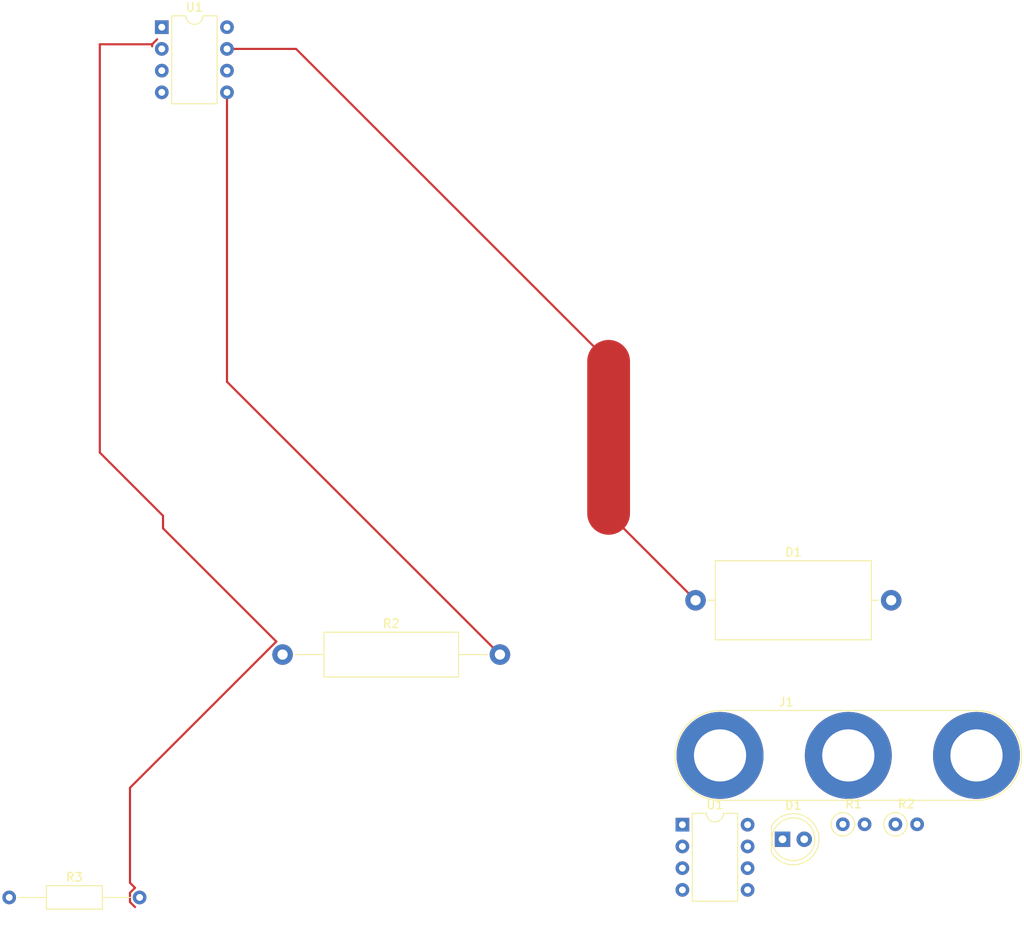
<source format=kicad_pcb>
(kicad_pcb (version 20171130) (host pcbnew "(5.1.5)-2")

  (general
    (thickness 1.6)
    (drawings 0)
    (tracks 19)
    (zones 0)
    (modules 9)
    (nets 17)
  )

  (page A4)
  (layers
    (0 F.Cu signal)
    (31 B.Cu signal)
    (32 B.Adhes user)
    (33 F.Adhes user)
    (34 B.Paste user)
    (35 F.Paste user)
    (36 B.SilkS user)
    (37 F.SilkS user)
    (38 B.Mask user)
    (39 F.Mask user)
    (40 Dwgs.User user)
    (41 Cmts.User user)
    (42 Eco1.User user)
    (43 Eco2.User user)
    (44 Edge.Cuts user)
    (45 Margin user)
    (46 B.CrtYd user)
    (47 F.CrtYd user)
    (48 B.Fab user)
    (49 F.Fab user)
  )

  (setup
    (last_trace_width 0.25)
    (trace_clearance 0.2)
    (zone_clearance 0.508)
    (zone_45_only no)
    (trace_min 0.2)
    (via_size 0.8)
    (via_drill 0.4)
    (via_min_size 0.4)
    (via_min_drill 0.3)
    (uvia_size 0.3)
    (uvia_drill 0.1)
    (uvias_allowed no)
    (uvia_min_size 0.2)
    (uvia_min_drill 0.1)
    (edge_width 0.05)
    (segment_width 0.2)
    (pcb_text_width 0.3)
    (pcb_text_size 1.5 1.5)
    (mod_edge_width 0.12)
    (mod_text_size 1 1)
    (mod_text_width 0.15)
    (pad_size 1.524 1.524)
    (pad_drill 0.762)
    (pad_to_mask_clearance 0.051)
    (solder_mask_min_width 0.25)
    (aux_axis_origin 0 0)
    (visible_elements 7FFFFFFF)
    (pcbplotparams
      (layerselection 0x010fc_ffffffff)
      (usegerberextensions false)
      (usegerberattributes false)
      (usegerberadvancedattributes false)
      (creategerberjobfile false)
      (excludeedgelayer true)
      (linewidth 0.100000)
      (plotframeref false)
      (viasonmask false)
      (mode 1)
      (useauxorigin false)
      (hpglpennumber 1)
      (hpglpenspeed 20)
      (hpglpendiameter 15.000000)
      (psnegative false)
      (psa4output false)
      (plotreference true)
      (plotvalue true)
      (plotinvisibletext false)
      (padsonsilk false)
      (subtractmaskfromsilk false)
      (outputformat 1)
      (mirror false)
      (drillshape 1)
      (scaleselection 1)
      (outputdirectory ""))
  )

  (net 0 "")
  (net 1 "Net-(R2-Pad2)")
  (net 2 "Net-(U1-Pad4)")
  (net 3 "Net-(D1-Pad1)")
  (net 4 "Net-(U1-Pad3)")
  (net 5 "Net-(R3-Pad1)")
  (net 6 "Net-(R2-Pad1)")
  (net 7 "Net-(U1-Pad1)")
  (net 8 "Net-(D1-Pad2)")
  (net 9 /LEDtoR)
  (net 10 /INPUTtoR)
  (net 11 GND)
  (net 12 VCC)
  (net 13 /INPUT)
  (net 14 "Net-(U1-Pad6)")
  (net 15 "Net-(U1-Pad2)")
  (net 16 "Net-(U1-Pad5)")

  (net_class Default 这是默认网络类。
    (clearance 0.2)
    (trace_width 0.25)
    (via_dia 0.8)
    (via_drill 0.4)
    (uvia_dia 0.3)
    (uvia_drill 0.1)
    (add_net /INPUT)
    (add_net /INPUTtoR)
    (add_net /LEDtoR)
    (add_net GND)
    (add_net "Net-(D1-Pad1)")
    (add_net "Net-(D1-Pad2)")
    (add_net "Net-(R2-Pad1)")
    (add_net "Net-(R2-Pad2)")
    (add_net "Net-(R3-Pad1)")
    (add_net "Net-(U1-Pad1)")
    (add_net "Net-(U1-Pad2)")
    (add_net "Net-(U1-Pad3)")
    (add_net "Net-(U1-Pad4)")
    (add_net "Net-(U1-Pad5)")
    (add_net "Net-(U1-Pad6)")
    (add_net VCC)
  )

  (module Package_DIP:DIP-8_W7.62mm (layer F.Cu) (tedit 5A02E8C5) (tstamp 5DED341C)
    (at 148.32 130.38)
    (descr "8-lead though-hole mounted DIP package, row spacing 7.62 mm (300 mils)")
    (tags "THT DIP DIL PDIP 2.54mm 7.62mm 300mil")
    (path /5DEBA9E1)
    (fp_text reference U1 (at 3.81 -2.33) (layer F.SilkS)
      (effects (font (size 1 1) (thickness 0.15)))
    )
    (fp_text value PIC12C508A-ISN (at 3.81 9.95) (layer F.Fab)
      (effects (font (size 1 1) (thickness 0.15)))
    )
    (fp_text user %R (at 3.81 3.81) (layer F.Fab)
      (effects (font (size 1 1) (thickness 0.15)))
    )
    (fp_line (start 8.7 -1.55) (end -1.1 -1.55) (layer F.CrtYd) (width 0.05))
    (fp_line (start 8.7 9.15) (end 8.7 -1.55) (layer F.CrtYd) (width 0.05))
    (fp_line (start -1.1 9.15) (end 8.7 9.15) (layer F.CrtYd) (width 0.05))
    (fp_line (start -1.1 -1.55) (end -1.1 9.15) (layer F.CrtYd) (width 0.05))
    (fp_line (start 6.46 -1.33) (end 4.81 -1.33) (layer F.SilkS) (width 0.12))
    (fp_line (start 6.46 8.95) (end 6.46 -1.33) (layer F.SilkS) (width 0.12))
    (fp_line (start 1.16 8.95) (end 6.46 8.95) (layer F.SilkS) (width 0.12))
    (fp_line (start 1.16 -1.33) (end 1.16 8.95) (layer F.SilkS) (width 0.12))
    (fp_line (start 2.81 -1.33) (end 1.16 -1.33) (layer F.SilkS) (width 0.12))
    (fp_line (start 0.635 -0.27) (end 1.635 -1.27) (layer F.Fab) (width 0.1))
    (fp_line (start 0.635 8.89) (end 0.635 -0.27) (layer F.Fab) (width 0.1))
    (fp_line (start 6.985 8.89) (end 0.635 8.89) (layer F.Fab) (width 0.1))
    (fp_line (start 6.985 -1.27) (end 6.985 8.89) (layer F.Fab) (width 0.1))
    (fp_line (start 1.635 -1.27) (end 6.985 -1.27) (layer F.Fab) (width 0.1))
    (fp_arc (start 3.81 -1.33) (end 2.81 -1.33) (angle -180) (layer F.SilkS) (width 0.12))
    (pad 8 thru_hole oval (at 7.62 0) (size 1.6 1.6) (drill 0.8) (layers *.Cu *.Mask)
      (net 11 GND))
    (pad 4 thru_hole oval (at 0 7.62) (size 1.6 1.6) (drill 0.8) (layers *.Cu *.Mask)
      (net 2 "Net-(U1-Pad4)"))
    (pad 7 thru_hole oval (at 7.62 2.54) (size 1.6 1.6) (drill 0.8) (layers *.Cu *.Mask)
      (net 3 "Net-(D1-Pad1)"))
    (pad 3 thru_hole oval (at 0 5.08) (size 1.6 1.6) (drill 0.8) (layers *.Cu *.Mask)
      (net 4 "Net-(U1-Pad3)"))
    (pad 6 thru_hole oval (at 7.62 5.08) (size 1.6 1.6) (drill 0.8) (layers *.Cu *.Mask)
      (net 14 "Net-(U1-Pad6)"))
    (pad 2 thru_hole oval (at 0 2.54) (size 1.6 1.6) (drill 0.8) (layers *.Cu *.Mask)
      (net 15 "Net-(U1-Pad2)"))
    (pad 5 thru_hole oval (at 7.62 7.62) (size 1.6 1.6) (drill 0.8) (layers *.Cu *.Mask)
      (net 16 "Net-(U1-Pad5)"))
    (pad 1 thru_hole rect (at 0 0) (size 1.6 1.6) (drill 0.8) (layers *.Cu *.Mask)
      (net 12 VCC))
    (model ${KISYS3DMOD}/Package_DIP.3dshapes/DIP-8_W7.62mm.wrl
      (at (xyz 0 0 0))
      (scale (xyz 1 1 1))
      (rotate (xyz 0 0 0))
    )
  )

  (module Resistor_THT:R_Axial_DIN0207_L6.3mm_D2.5mm_P2.54mm_Vertical (layer F.Cu) (tedit 5AE5139B) (tstamp 5DED3400)
    (at 173.21 130.33)
    (descr "Resistor, Axial_DIN0207 series, Axial, Vertical, pin pitch=2.54mm, 0.25W = 1/4W, length*diameter=6.3*2.5mm^2, http://cdn-reichelt.de/documents/datenblatt/B400/1_4W%23YAG.pdf")
    (tags "Resistor Axial_DIN0207 series Axial Vertical pin pitch 2.54mm 0.25W = 1/4W length 6.3mm diameter 2.5mm")
    (path /5DEBBC79)
    (fp_text reference R2 (at 1.27 -2.37) (layer F.SilkS)
      (effects (font (size 1 1) (thickness 0.15)))
    )
    (fp_text value 100 (at 1.27 2.37) (layer F.Fab)
      (effects (font (size 1 1) (thickness 0.15)))
    )
    (fp_text user %R (at 1.27 -2.37) (layer F.Fab)
      (effects (font (size 1 1) (thickness 0.15)))
    )
    (fp_line (start 3.59 -1.5) (end -1.5 -1.5) (layer F.CrtYd) (width 0.05))
    (fp_line (start 3.59 1.5) (end 3.59 -1.5) (layer F.CrtYd) (width 0.05))
    (fp_line (start -1.5 1.5) (end 3.59 1.5) (layer F.CrtYd) (width 0.05))
    (fp_line (start -1.5 -1.5) (end -1.5 1.5) (layer F.CrtYd) (width 0.05))
    (fp_line (start 1.37 0) (end 1.44 0) (layer F.SilkS) (width 0.12))
    (fp_line (start 0 0) (end 2.54 0) (layer F.Fab) (width 0.1))
    (fp_circle (center 0 0) (end 1.37 0) (layer F.SilkS) (width 0.12))
    (fp_circle (center 0 0) (end 1.25 0) (layer F.Fab) (width 0.1))
    (pad 2 thru_hole oval (at 2.54 0) (size 1.6 1.6) (drill 0.8) (layers *.Cu *.Mask)
      (net 10 /INPUTtoR))
    (pad 1 thru_hole circle (at 0 0) (size 1.6 1.6) (drill 0.8) (layers *.Cu *.Mask)
      (net 13 /INPUT))
    (model ${KISYS3DMOD}/Resistor_THT.3dshapes/R_Axial_DIN0207_L6.3mm_D2.5mm_P2.54mm_Vertical.wrl
      (at (xyz 0 0 0))
      (scale (xyz 1 1 1))
      (rotate (xyz 0 0 0))
    )
  )

  (module Resistor_THT:R_Axial_DIN0207_L6.3mm_D2.5mm_P2.54mm_Vertical (layer F.Cu) (tedit 5AE5139B) (tstamp 5DED33F1)
    (at 167.07 130.33)
    (descr "Resistor, Axial_DIN0207 series, Axial, Vertical, pin pitch=2.54mm, 0.25W = 1/4W, length*diameter=6.3*2.5mm^2, http://cdn-reichelt.de/documents/datenblatt/B400/1_4W%23YAG.pdf")
    (tags "Resistor Axial_DIN0207 series Axial Vertical pin pitch 2.54mm 0.25W = 1/4W length 6.3mm diameter 2.5mm")
    (path /5DEBB67C)
    (fp_text reference R1 (at 1.27 -2.37) (layer F.SilkS)
      (effects (font (size 1 1) (thickness 0.15)))
    )
    (fp_text value 1k (at 1.27 2.37) (layer F.Fab)
      (effects (font (size 1 1) (thickness 0.15)))
    )
    (fp_text user %R (at 1.27 -2.37) (layer F.Fab)
      (effects (font (size 1 1) (thickness 0.15)))
    )
    (fp_line (start 3.59 -1.5) (end -1.5 -1.5) (layer F.CrtYd) (width 0.05))
    (fp_line (start 3.59 1.5) (end 3.59 -1.5) (layer F.CrtYd) (width 0.05))
    (fp_line (start -1.5 1.5) (end 3.59 1.5) (layer F.CrtYd) (width 0.05))
    (fp_line (start -1.5 -1.5) (end -1.5 1.5) (layer F.CrtYd) (width 0.05))
    (fp_line (start 1.37 0) (end 1.44 0) (layer F.SilkS) (width 0.12))
    (fp_line (start 0 0) (end 2.54 0) (layer F.Fab) (width 0.1))
    (fp_circle (center 0 0) (end 1.37 0) (layer F.SilkS) (width 0.12))
    (fp_circle (center 0 0) (end 1.25 0) (layer F.Fab) (width 0.1))
    (pad 2 thru_hole oval (at 2.54 0) (size 1.6 1.6) (drill 0.8) (layers *.Cu *.Mask)
      (net 9 /LEDtoR))
    (pad 1 thru_hole circle (at 0 0) (size 1.6 1.6) (drill 0.8) (layers *.Cu *.Mask)
      (net 12 VCC))
    (model ${KISYS3DMOD}/Resistor_THT.3dshapes/R_Axial_DIN0207_L6.3mm_D2.5mm_P2.54mm_Vertical.wrl
      (at (xyz 0 0 0))
      (scale (xyz 1 1 1))
      (rotate (xyz 0 0 0))
    )
  )

  (module Connector:Banana_Jack_3Pin (layer F.Cu) (tedit 5A1AB217) (tstamp 5DED33E2)
    (at 152.72 122.28)
    (descr "Triple banana socket, footprint - 3 x 6mm drills")
    (tags "banana socket")
    (path /5DEBA027)
    (fp_text reference J1 (at 7.75 -6.25) (layer F.SilkS)
      (effects (font (size 1 1) (thickness 0.15)))
    )
    (fp_text value MYCONN3 (at 22.5 -6.25) (layer F.Fab)
      (effects (font (size 1 1) (thickness 0.15)))
    )
    (fp_arc (start 0 0) (end 0 5.25) (angle 180) (layer F.SilkS) (width 0.12))
    (fp_arc (start 30 0) (end 30 -5.25) (angle 180) (layer F.SilkS) (width 0.12))
    (fp_arc (start 30 0) (end 30 -5.5) (angle 180) (layer F.CrtYd) (width 0.05))
    (fp_arc (start 0 0) (end 0 5.5) (angle 180) (layer F.CrtYd) (width 0.05))
    (fp_circle (center 0 0) (end 2 0) (layer F.Fab) (width 0.1))
    (fp_circle (center 0 0) (end 4.75 0) (layer F.Fab) (width 0.1))
    (fp_circle (center 15 0) (end 17 0) (layer F.Fab) (width 0.1))
    (fp_circle (center 15 0) (end 19.75 0) (layer F.Fab) (width 0.1))
    (fp_circle (center 30 0) (end 30 -4.75) (layer F.Fab) (width 0.1))
    (fp_circle (center 30 0) (end 30 -2) (layer F.Fab) (width 0.1))
    (fp_line (start 30 -5.25) (end 0 -5.25) (layer F.SilkS) (width 0.12))
    (fp_line (start 0 5.25) (end 30 5.25) (layer F.SilkS) (width 0.12))
    (fp_line (start 0 -5.5) (end 30 -5.5) (layer F.CrtYd) (width 0.05))
    (fp_line (start 30 5.5) (end 0 5.5) (layer F.CrtYd) (width 0.05))
    (fp_text user %R (at 14.99 0) (layer F.Fab)
      (effects (font (size 0.8 0.8) (thickness 0.12)))
    )
    (pad 2 thru_hole circle (at 14.99 0) (size 10.16 10.16) (drill 6.1) (layers *.Cu *.Mask)
      (net 10 /INPUTtoR))
    (pad 3 thru_hole circle (at 29.97 0) (size 10.16 10.16) (drill 6.1) (layers *.Cu *.Mask)
      (net 11 GND))
    (pad 1 thru_hole circle (at 0 0) (size 10.16 10.16) (drill 6.1) (layers *.Cu *.Mask)
      (net 12 VCC))
    (model ${KISYS3DMOD}/Connector.3dshapes/Banana_Jack_3Pin.wrl
      (offset (xyz 14.9999997746626 0 0))
      (scale (xyz 2 2 2))
      (rotate (xyz 0 0 0))
    )
  )

  (module LED_THT:LED_D5.0mm (layer F.Cu) (tedit 5995936A) (tstamp 5DED33CC)
    (at 160.02 132.08)
    (descr "LED, diameter 5.0mm, 2 pins, http://cdn-reichelt.de/documents/datenblatt/A500/LL-504BC2E-009.pdf")
    (tags "LED diameter 5.0mm 2 pins")
    (path /5DEBB117)
    (fp_text reference D1 (at 1.27 -3.96) (layer F.SilkS)
      (effects (font (size 1 1) (thickness 0.15)))
    )
    (fp_text value LED (at 1.27 3.96) (layer F.Fab)
      (effects (font (size 1 1) (thickness 0.15)))
    )
    (fp_text user %R (at 1.25 0) (layer F.Fab)
      (effects (font (size 0.8 0.8) (thickness 0.2)))
    )
    (fp_line (start 4.5 -3.25) (end -1.95 -3.25) (layer F.CrtYd) (width 0.05))
    (fp_line (start 4.5 3.25) (end 4.5 -3.25) (layer F.CrtYd) (width 0.05))
    (fp_line (start -1.95 3.25) (end 4.5 3.25) (layer F.CrtYd) (width 0.05))
    (fp_line (start -1.95 -3.25) (end -1.95 3.25) (layer F.CrtYd) (width 0.05))
    (fp_line (start -1.29 -1.545) (end -1.29 1.545) (layer F.SilkS) (width 0.12))
    (fp_line (start -1.23 -1.469694) (end -1.23 1.469694) (layer F.Fab) (width 0.1))
    (fp_circle (center 1.27 0) (end 3.77 0) (layer F.SilkS) (width 0.12))
    (fp_circle (center 1.27 0) (end 3.77 0) (layer F.Fab) (width 0.1))
    (fp_arc (start 1.27 0) (end -1.29 1.54483) (angle -148.9) (layer F.SilkS) (width 0.12))
    (fp_arc (start 1.27 0) (end -1.29 -1.54483) (angle 148.9) (layer F.SilkS) (width 0.12))
    (fp_arc (start 1.27 0) (end -1.23 -1.469694) (angle 299.1) (layer F.Fab) (width 0.1))
    (pad 2 thru_hole circle (at 2.54 0) (size 1.8 1.8) (drill 0.9) (layers *.Cu *.Mask)
      (net 9 /LEDtoR))
    (pad 1 thru_hole rect (at 0 0) (size 1.8 1.8) (drill 0.9) (layers *.Cu *.Mask)
      (net 3 "Net-(D1-Pad1)"))
    (model ${KISYS3DMOD}/LED_THT.3dshapes/LED_D5.0mm.wrl
      (at (xyz 0 0 0))
      (scale (xyz 1 1 1))
      (rotate (xyz 0 0 0))
    )
  )

  (module Resistor_THT:R_Axial_DIN0918_L18.0mm_D9.0mm_P22.86mm_Horizontal (layer F.Cu) (tedit 5AE5139B) (tstamp 5DE91491)
    (at 149.86 104.14)
    (descr "Resistor, Axial_DIN0918 series, Axial, Horizontal, pin pitch=22.86mm, 4W, length*diameter=18*9mm^2")
    (tags "Resistor Axial_DIN0918 series Axial Horizontal pin pitch 22.86mm 4W length 18mm diameter 9mm")
    (path /5DE94BB0)
    (fp_text reference D1 (at 11.43 -5.62) (layer F.SilkS)
      (effects (font (size 1 1) (thickness 0.15)))
    )
    (fp_text value LED (at 11.43 5.62) (layer F.Fab)
      (effects (font (size 1 1) (thickness 0.15)))
    )
    (fp_text user %R (at 11.43 0) (layer F.Fab)
      (effects (font (size 1 1) (thickness 0.15)))
    )
    (fp_line (start 24.31 -4.75) (end -1.45 -4.75) (layer F.CrtYd) (width 0.05))
    (fp_line (start 24.31 4.75) (end 24.31 -4.75) (layer F.CrtYd) (width 0.05))
    (fp_line (start -1.45 4.75) (end 24.31 4.75) (layer F.CrtYd) (width 0.05))
    (fp_line (start -1.45 -4.75) (end -1.45 4.75) (layer F.CrtYd) (width 0.05))
    (fp_line (start 21.42 0) (end 20.55 0) (layer F.SilkS) (width 0.12))
    (fp_line (start 1.44 0) (end 2.31 0) (layer F.SilkS) (width 0.12))
    (fp_line (start 20.55 -4.62) (end 2.31 -4.62) (layer F.SilkS) (width 0.12))
    (fp_line (start 20.55 4.62) (end 20.55 -4.62) (layer F.SilkS) (width 0.12))
    (fp_line (start 2.31 4.62) (end 20.55 4.62) (layer F.SilkS) (width 0.12))
    (fp_line (start 2.31 -4.62) (end 2.31 4.62) (layer F.SilkS) (width 0.12))
    (fp_line (start 22.86 0) (end 20.43 0) (layer F.Fab) (width 0.1))
    (fp_line (start 0 0) (end 2.43 0) (layer F.Fab) (width 0.1))
    (fp_line (start 20.43 -4.5) (end 2.43 -4.5) (layer F.Fab) (width 0.1))
    (fp_line (start 20.43 4.5) (end 20.43 -4.5) (layer F.Fab) (width 0.1))
    (fp_line (start 2.43 4.5) (end 20.43 4.5) (layer F.Fab) (width 0.1))
    (fp_line (start 2.43 -4.5) (end 2.43 4.5) (layer F.Fab) (width 0.1))
    (pad 2 thru_hole oval (at 22.86 0) (size 2.4 2.4) (drill 1.2) (layers *.Cu *.Mask)
      (net 8 "Net-(D1-Pad2)"))
    (pad 1 thru_hole circle (at 0 0) (size 2.4 2.4) (drill 1.2) (layers *.Cu *.Mask)
      (net 3 "Net-(D1-Pad1)"))
    (model ${KISYS3DMOD}/Resistor_THT.3dshapes/R_Axial_DIN0918_L18.0mm_D9.0mm_P22.86mm_Horizontal.wrl
      (at (xyz 0 0 0))
      (scale (xyz 1 1 1))
      (rotate (xyz 0 0 0))
    )
  )

  (module Resistor_THT:R_Axial_DIN0207_L6.3mm_D2.5mm_P15.24mm_Horizontal (layer F.Cu) (tedit 5AE5139B) (tstamp 5DE911F1)
    (at 69.655001 138.885001)
    (descr "Resistor, Axial_DIN0207 series, Axial, Horizontal, pin pitch=15.24mm, 0.25W = 1/4W, length*diameter=6.3*2.5mm^2, http://cdn-reichelt.de/documents/datenblatt/B400/1_4W%23YAG.pdf")
    (tags "Resistor Axial_DIN0207 series Axial Horizontal pin pitch 15.24mm 0.25W = 1/4W length 6.3mm diameter 2.5mm")
    (path /5DE9AA14)
    (fp_text reference R3 (at 7.62 -2.37) (layer F.SilkS)
      (effects (font (size 1 1) (thickness 0.15)))
    )
    (fp_text value R (at 7.62 2.37) (layer F.Fab)
      (effects (font (size 1 1) (thickness 0.15)))
    )
    (fp_text user %R (at 7.62 0) (layer F.Fab)
      (effects (font (size 1 1) (thickness 0.15)))
    )
    (fp_line (start 16.29 -1.5) (end -1.05 -1.5) (layer F.CrtYd) (width 0.05))
    (fp_line (start 16.29 1.5) (end 16.29 -1.5) (layer F.CrtYd) (width 0.05))
    (fp_line (start -1.05 1.5) (end 16.29 1.5) (layer F.CrtYd) (width 0.05))
    (fp_line (start -1.05 -1.5) (end -1.05 1.5) (layer F.CrtYd) (width 0.05))
    (fp_line (start 14.2 0) (end 10.89 0) (layer F.SilkS) (width 0.12))
    (fp_line (start 1.04 0) (end 4.35 0) (layer F.SilkS) (width 0.12))
    (fp_line (start 10.89 -1.37) (end 4.35 -1.37) (layer F.SilkS) (width 0.12))
    (fp_line (start 10.89 1.37) (end 10.89 -1.37) (layer F.SilkS) (width 0.12))
    (fp_line (start 4.35 1.37) (end 10.89 1.37) (layer F.SilkS) (width 0.12))
    (fp_line (start 4.35 -1.37) (end 4.35 1.37) (layer F.SilkS) (width 0.12))
    (fp_line (start 15.24 0) (end 10.77 0) (layer F.Fab) (width 0.1))
    (fp_line (start 0 0) (end 4.47 0) (layer F.Fab) (width 0.1))
    (fp_line (start 10.77 -1.25) (end 4.47 -1.25) (layer F.Fab) (width 0.1))
    (fp_line (start 10.77 1.25) (end 10.77 -1.25) (layer F.Fab) (width 0.1))
    (fp_line (start 4.47 1.25) (end 10.77 1.25) (layer F.Fab) (width 0.1))
    (fp_line (start 4.47 -1.25) (end 4.47 1.25) (layer F.Fab) (width 0.1))
    (pad 2 thru_hole oval (at 15.24 0) (size 1.6 1.6) (drill 0.8) (layers *.Cu *.Mask)
      (net 6 "Net-(R2-Pad1)"))
    (pad 1 thru_hole circle (at 0 0) (size 1.6 1.6) (drill 0.8) (layers *.Cu *.Mask)
      (net 5 "Net-(R3-Pad1)"))
    (model ${KISYS3DMOD}/Resistor_THT.3dshapes/R_Axial_DIN0207_L6.3mm_D2.5mm_P15.24mm_Horizontal.wrl
      (at (xyz 0 0 0))
      (scale (xyz 1 1 1))
      (rotate (xyz 0 0 0))
    )
  )

  (module Resistor_THT:R_Axial_DIN0516_L15.5mm_D5.0mm_P25.40mm_Horizontal (layer F.Cu) (tedit 5AE5139B) (tstamp 5DE911DA)
    (at 101.6 110.49)
    (descr "Resistor, Axial_DIN0516 series, Axial, Horizontal, pin pitch=25.4mm, 2W, length*diameter=15.5*5mm^2, http://cdn-reichelt.de/documents/datenblatt/B400/1_4W%23YAG.pdf")
    (tags "Resistor Axial_DIN0516 series Axial Horizontal pin pitch 25.4mm 2W length 15.5mm diameter 5mm")
    (path /5DE9A6AC)
    (fp_text reference R2 (at 12.7 -3.62) (layer F.SilkS)
      (effects (font (size 1 1) (thickness 0.15)))
    )
    (fp_text value R (at 12.7 3.62) (layer F.Fab)
      (effects (font (size 1 1) (thickness 0.15)))
    )
    (fp_text user %R (at 12.7 0) (layer F.Fab)
      (effects (font (size 1 1) (thickness 0.15)))
    )
    (fp_line (start 26.85 -2.75) (end -1.45 -2.75) (layer F.CrtYd) (width 0.05))
    (fp_line (start 26.85 2.75) (end 26.85 -2.75) (layer F.CrtYd) (width 0.05))
    (fp_line (start -1.45 2.75) (end 26.85 2.75) (layer F.CrtYd) (width 0.05))
    (fp_line (start -1.45 -2.75) (end -1.45 2.75) (layer F.CrtYd) (width 0.05))
    (fp_line (start 23.96 0) (end 20.57 0) (layer F.SilkS) (width 0.12))
    (fp_line (start 1.44 0) (end 4.83 0) (layer F.SilkS) (width 0.12))
    (fp_line (start 20.57 -2.62) (end 4.83 -2.62) (layer F.SilkS) (width 0.12))
    (fp_line (start 20.57 2.62) (end 20.57 -2.62) (layer F.SilkS) (width 0.12))
    (fp_line (start 4.83 2.62) (end 20.57 2.62) (layer F.SilkS) (width 0.12))
    (fp_line (start 4.83 -2.62) (end 4.83 2.62) (layer F.SilkS) (width 0.12))
    (fp_line (start 25.4 0) (end 20.45 0) (layer F.Fab) (width 0.1))
    (fp_line (start 0 0) (end 4.95 0) (layer F.Fab) (width 0.1))
    (fp_line (start 20.45 -2.5) (end 4.95 -2.5) (layer F.Fab) (width 0.1))
    (fp_line (start 20.45 2.5) (end 20.45 -2.5) (layer F.Fab) (width 0.1))
    (fp_line (start 4.95 2.5) (end 20.45 2.5) (layer F.Fab) (width 0.1))
    (fp_line (start 4.95 -2.5) (end 4.95 2.5) (layer F.Fab) (width 0.1))
    (pad 2 thru_hole oval (at 25.4 0) (size 2.4 2.4) (drill 1.2) (layers *.Cu *.Mask)
      (net 1 "Net-(R2-Pad2)"))
    (pad 1 thru_hole circle (at 0 0) (size 2.4 2.4) (drill 1.2) (layers *.Cu *.Mask)
      (net 6 "Net-(R2-Pad1)"))
    (model ${KISYS3DMOD}/Resistor_THT.3dshapes/R_Axial_DIN0516_L15.5mm_D5.0mm_P25.40mm_Horizontal.wrl
      (at (xyz 0 0 0))
      (scale (xyz 1 1 1))
      (rotate (xyz 0 0 0))
    )
  )

  (module Package_DIP:DIP-8_W7.62mm (layer F.Cu) (tedit 5A02E8C5) (tstamp 5DE91243)
    (at 87.485001 37.135001)
    (descr "8-lead though-hole mounted DIP package, row spacing 7.62 mm (300 mils)")
    (tags "THT DIP DIL PDIP 2.54mm 7.62mm 300mil")
    (path /5DE9428C)
    (fp_text reference U1 (at 3.81 -2.33) (layer F.SilkS)
      (effects (font (size 1 1) (thickness 0.15)))
    )
    (fp_text value PIC12C508A-ISN (at 3.81 9.95) (layer F.Fab)
      (effects (font (size 1 1) (thickness 0.15)))
    )
    (fp_text user %R (at 3.81 3.81) (layer F.Fab)
      (effects (font (size 1 1) (thickness 0.15)))
    )
    (fp_line (start 8.7 -1.55) (end -1.1 -1.55) (layer F.CrtYd) (width 0.05))
    (fp_line (start 8.7 9.15) (end 8.7 -1.55) (layer F.CrtYd) (width 0.05))
    (fp_line (start -1.1 9.15) (end 8.7 9.15) (layer F.CrtYd) (width 0.05))
    (fp_line (start -1.1 -1.55) (end -1.1 9.15) (layer F.CrtYd) (width 0.05))
    (fp_line (start 6.46 -1.33) (end 4.81 -1.33) (layer F.SilkS) (width 0.12))
    (fp_line (start 6.46 8.95) (end 6.46 -1.33) (layer F.SilkS) (width 0.12))
    (fp_line (start 1.16 8.95) (end 6.46 8.95) (layer F.SilkS) (width 0.12))
    (fp_line (start 1.16 -1.33) (end 1.16 8.95) (layer F.SilkS) (width 0.12))
    (fp_line (start 2.81 -1.33) (end 1.16 -1.33) (layer F.SilkS) (width 0.12))
    (fp_line (start 0.635 -0.27) (end 1.635 -1.27) (layer F.Fab) (width 0.1))
    (fp_line (start 0.635 8.89) (end 0.635 -0.27) (layer F.Fab) (width 0.1))
    (fp_line (start 6.985 8.89) (end 0.635 8.89) (layer F.Fab) (width 0.1))
    (fp_line (start 6.985 -1.27) (end 6.985 8.89) (layer F.Fab) (width 0.1))
    (fp_line (start 1.635 -1.27) (end 6.985 -1.27) (layer F.Fab) (width 0.1))
    (fp_arc (start 3.81 -1.33) (end 2.81 -1.33) (angle -180) (layer F.SilkS) (width 0.12))
    (pad 8 thru_hole oval (at 7.62 0) (size 1.6 1.6) (drill 0.8) (layers *.Cu *.Mask)
      (net 1 "Net-(R2-Pad2)"))
    (pad 4 thru_hole oval (at 0 7.62) (size 1.6 1.6) (drill 0.8) (layers *.Cu *.Mask)
      (net 2 "Net-(U1-Pad4)"))
    (pad 7 thru_hole oval (at 7.62 2.54) (size 1.6 1.6) (drill 0.8) (layers *.Cu *.Mask)
      (net 3 "Net-(D1-Pad1)"))
    (pad 3 thru_hole oval (at 0 5.08) (size 1.6 1.6) (drill 0.8) (layers *.Cu *.Mask)
      (net 4 "Net-(U1-Pad3)"))
    (pad 6 thru_hole oval (at 7.62 5.08) (size 1.6 1.6) (drill 0.8) (layers *.Cu *.Mask)
      (net 5 "Net-(R3-Pad1)"))
    (pad 2 thru_hole oval (at 0 2.54) (size 1.6 1.6) (drill 0.8) (layers *.Cu *.Mask)
      (net 6 "Net-(R2-Pad1)"))
    (pad 5 thru_hole oval (at 7.62 7.62) (size 1.6 1.6) (drill 0.8) (layers *.Cu *.Mask)
      (net 1 "Net-(R2-Pad2)"))
    (pad 1 thru_hole rect (at 0 0) (size 1.6 1.6) (drill 0.8) (layers *.Cu *.Mask)
      (net 7 "Net-(U1-Pad1)"))
    (model ${KISYS3DMOD}/Package_DIP.3dshapes/DIP-8_W7.62mm.wrl
      (at (xyz 0 0 0))
      (scale (xyz 1 1 1))
      (rotate (xyz 0 0 0))
    )
  )

  (segment (start 86.36 39.135) (end 86.945 38.55) (width 0.25) (layer F.Cu) (net 0))
  (segment (start 86.36 39.37) (end 86.36 39.135) (width 0.25) (layer F.Cu) (net 0))
  (segment (start 86.36 39.135) (end 80.245 39.135) (width 0.25) (layer F.Cu) (net 0))
  (segment (start 80.245 86.877998) (end 87.63 94.262998) (width 0.25) (layer F.Cu) (net 0))
  (segment (start 80.245 39.135) (end 80.245 86.877998) (width 0.25) (layer F.Cu) (net 0))
  (segment (start 87.63 95.727) (end 100.867999 108.964999) (width 0.25) (layer F.Cu) (net 0))
  (segment (start 87.63 94.262998) (end 87.63 95.727) (width 0.25) (layer F.Cu) (net 0))
  (segment (start 83.77 137.175) (end 84.355 137.76) (width 0.25) (layer F.Cu) (net 0))
  (segment (start 100.867999 108.964999) (end 83.77 126.062998) (width 0.25) (layer F.Cu) (net 0))
  (segment (start 83.77 126.062998) (end 83.77 137.175) (width 0.25) (layer F.Cu) (net 0))
  (segment (start 83.77 139.425002) (end 84.355 140.010002) (width 0.25) (layer F.Cu) (net 0))
  (segment (start 84.355 137.76) (end 83.77 138.345) (width 0.25) (layer F.Cu) (net 0))
  (segment (start 83.77 138.345) (end 83.77 139.425002) (width 0.25) (layer F.Cu) (net 0))
  (segment (start 95.105001 78.595001) (end 127 110.49) (width 0.25) (layer F.Cu) (net 1))
  (segment (start 95.105001 44.755001) (end 95.105001 78.595001) (width 0.25) (layer F.Cu) (net 1))
  (segment (start 95.105001 39.675001) (end 103.175001 39.675001) (width 0.25) (layer F.Cu) (net 3))
  (segment (start 103.175001 39.675001) (end 139.7 76.2) (width 0.25) (layer F.Cu) (net 3))
  (segment (start 139.7 93.98) (end 149.86 104.14) (width 0.25) (layer F.Cu) (net 3))
  (segment (start 139.7 76.2) (end 139.7 93.98) (width 5) (layer F.Cu) (net 3))

)

</source>
